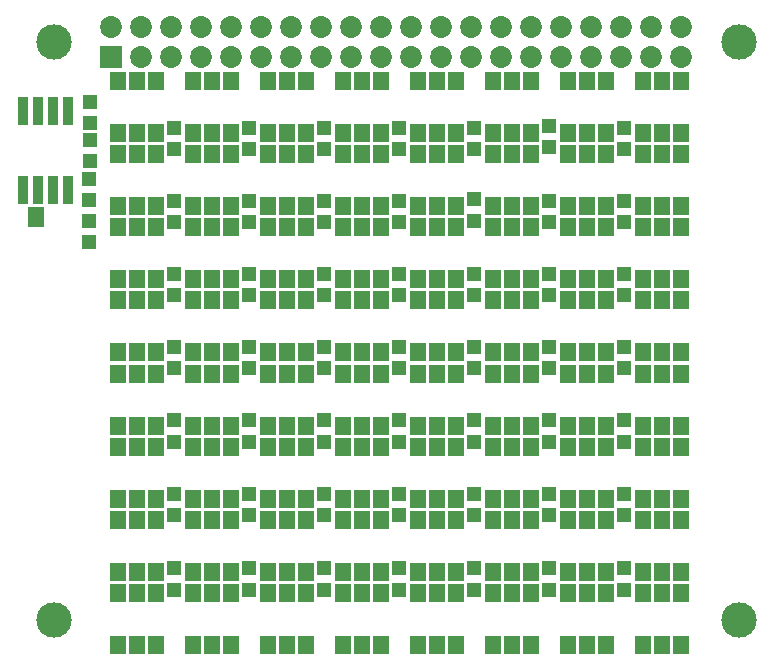
<source format=gts>
G75*
%MOIN*%
%OFA0B0*%
%FSLAX24Y24*%
%IPPOS*%
%LPD*%
%AMOC8*
5,1,8,0,0,1.08239X$1,22.5*
%
%ADD10C,0.1182*%
%ADD11C,0.0730*%
%ADD12R,0.0730X0.0730*%
%ADD13R,0.0320X0.0950*%
%ADD14R,0.0474X0.0513*%
%ADD15R,0.0580X0.0330*%
%ADD16R,0.0552X0.0592*%
D10*
X001848Y001528D03*
X001848Y020819D03*
X024683Y020819D03*
X024683Y001528D03*
D11*
X022765Y020319D03*
X021765Y020319D03*
X020765Y020319D03*
X019765Y020319D03*
X018765Y020319D03*
X017765Y020319D03*
X016765Y020319D03*
X015765Y020319D03*
X014765Y020319D03*
X013765Y020319D03*
X012765Y020319D03*
X011765Y020319D03*
X010765Y020319D03*
X009765Y020319D03*
X008765Y020319D03*
X007765Y020319D03*
X006765Y020319D03*
X005765Y020319D03*
X004765Y020319D03*
X004765Y021319D03*
X005765Y021319D03*
X006765Y021319D03*
X007765Y021319D03*
X008765Y021319D03*
X009765Y021319D03*
X010765Y021319D03*
X011765Y021319D03*
X012765Y021319D03*
X013765Y021319D03*
X014765Y021319D03*
X015765Y021319D03*
X016765Y021319D03*
X017765Y021319D03*
X018765Y021319D03*
X019765Y021319D03*
X020765Y021319D03*
X021765Y021319D03*
X022765Y021319D03*
X003765Y021319D03*
D12*
X003765Y020319D03*
D13*
X002339Y018525D03*
X001839Y018525D03*
X001339Y018525D03*
X000839Y018525D03*
X000839Y015875D03*
X001339Y015875D03*
X001839Y015875D03*
X002339Y015875D03*
D14*
X003040Y015546D03*
X003040Y014854D03*
X003040Y014146D03*
X003040Y016254D03*
X003050Y016846D03*
X003050Y017554D03*
X003070Y018096D03*
X003070Y018804D03*
X005870Y017954D03*
X005870Y017246D03*
X005870Y015514D03*
X005870Y014806D03*
X005870Y013074D03*
X005870Y012366D03*
X005870Y010634D03*
X005870Y009926D03*
X005870Y008194D03*
X005870Y007486D03*
X005870Y005754D03*
X005870Y005046D03*
X005870Y003264D03*
X005870Y002556D03*
X008370Y002556D03*
X008370Y003264D03*
X008370Y005046D03*
X008370Y005754D03*
X008370Y007486D03*
X008370Y008194D03*
X008370Y009926D03*
X008370Y010634D03*
X008370Y012366D03*
X008370Y013074D03*
X008370Y014806D03*
X008370Y015514D03*
X008370Y017246D03*
X008370Y017954D03*
X010870Y017954D03*
X010870Y017246D03*
X010870Y015514D03*
X010870Y014806D03*
X010870Y013074D03*
X010870Y012366D03*
X010870Y010634D03*
X010870Y009926D03*
X010870Y008194D03*
X010870Y007486D03*
X010870Y005754D03*
X010870Y005046D03*
X010870Y003264D03*
X010870Y002556D03*
X013370Y002556D03*
X013370Y003264D03*
X013370Y005046D03*
X013370Y005754D03*
X013370Y007486D03*
X013370Y008194D03*
X013370Y009926D03*
X013370Y010634D03*
X013370Y012366D03*
X013370Y013074D03*
X013370Y014806D03*
X013370Y015514D03*
X013370Y017246D03*
X013370Y017954D03*
X015870Y017954D03*
X015870Y017246D03*
X015870Y015564D03*
X015870Y014856D03*
X015870Y013074D03*
X015870Y012366D03*
X015870Y010634D03*
X015870Y009926D03*
X015870Y008194D03*
X015870Y007486D03*
X015870Y005754D03*
X015870Y005046D03*
X015870Y003264D03*
X015870Y002556D03*
X018370Y002556D03*
X018370Y003264D03*
X018370Y005046D03*
X018370Y005754D03*
X018370Y007486D03*
X018370Y008194D03*
X018370Y009926D03*
X018370Y010634D03*
X018370Y012366D03*
X018370Y013074D03*
X018370Y014806D03*
X018370Y015514D03*
X018370Y017296D03*
X018370Y018004D03*
X020870Y017954D03*
X020870Y017246D03*
X020870Y015514D03*
X020870Y014806D03*
X020870Y013074D03*
X020870Y012366D03*
X020870Y010634D03*
X020870Y009926D03*
X020870Y008194D03*
X020870Y007486D03*
X020870Y005754D03*
X020870Y005046D03*
X020870Y003264D03*
X020870Y002556D03*
D15*
X001270Y014803D03*
X001270Y015157D03*
D16*
X003990Y015344D03*
X004620Y015344D03*
X005250Y015344D03*
X005250Y014636D03*
X004620Y014636D03*
X003990Y014636D03*
X003990Y012904D03*
X004620Y012904D03*
X005250Y012904D03*
X005250Y012196D03*
X004620Y012196D03*
X003990Y012196D03*
X003990Y010464D03*
X004620Y010464D03*
X005250Y010464D03*
X005250Y009756D03*
X004620Y009756D03*
X003990Y009756D03*
X003990Y008024D03*
X004620Y008024D03*
X005250Y008024D03*
X005250Y007316D03*
X004620Y007316D03*
X003990Y007316D03*
X003990Y005584D03*
X004620Y005584D03*
X005250Y005584D03*
X005250Y004876D03*
X004620Y004876D03*
X003990Y004876D03*
X003990Y003144D03*
X004620Y003144D03*
X005250Y003144D03*
X005250Y002436D03*
X004620Y002436D03*
X003990Y002436D03*
X003990Y000704D03*
X004620Y000704D03*
X005250Y000704D03*
X006490Y000704D03*
X007120Y000704D03*
X007750Y000704D03*
X008990Y000704D03*
X009620Y000704D03*
X010250Y000704D03*
X011490Y000704D03*
X012120Y000704D03*
X012750Y000704D03*
X013990Y000704D03*
X014620Y000704D03*
X015250Y000704D03*
X016490Y000704D03*
X017120Y000704D03*
X017750Y000704D03*
X018990Y000704D03*
X019620Y000704D03*
X020250Y000704D03*
X021490Y000704D03*
X022120Y000704D03*
X022750Y000704D03*
X022750Y002436D03*
X022120Y002436D03*
X021490Y002436D03*
X021490Y003144D03*
X022120Y003144D03*
X022750Y003144D03*
X022750Y004876D03*
X022120Y004876D03*
X021490Y004876D03*
X021490Y005584D03*
X022120Y005584D03*
X022750Y005584D03*
X022750Y007316D03*
X022120Y007316D03*
X021490Y007316D03*
X021490Y008024D03*
X022120Y008024D03*
X022750Y008024D03*
X022750Y009756D03*
X022120Y009756D03*
X021490Y009756D03*
X021490Y010464D03*
X022120Y010464D03*
X022750Y010464D03*
X022750Y012196D03*
X022120Y012196D03*
X021490Y012196D03*
X021490Y012904D03*
X022120Y012904D03*
X022750Y012904D03*
X022750Y014636D03*
X022120Y014636D03*
X021490Y014636D03*
X021490Y015344D03*
X022120Y015344D03*
X022750Y015344D03*
X022750Y017076D03*
X022120Y017076D03*
X021490Y017076D03*
X021490Y017784D03*
X022120Y017784D03*
X022750Y017784D03*
X022750Y019516D03*
X022120Y019516D03*
X021490Y019516D03*
X020250Y019516D03*
X019620Y019516D03*
X018990Y019516D03*
X017750Y019516D03*
X017120Y019516D03*
X016490Y019516D03*
X015250Y019516D03*
X014620Y019516D03*
X013990Y019516D03*
X012750Y019516D03*
X012120Y019516D03*
X011490Y019516D03*
X010250Y019516D03*
X009620Y019516D03*
X008990Y019516D03*
X007750Y019516D03*
X007120Y019516D03*
X006490Y019516D03*
X005250Y019516D03*
X004620Y019516D03*
X003990Y019516D03*
X003990Y017784D03*
X004620Y017784D03*
X005250Y017784D03*
X005250Y017076D03*
X004620Y017076D03*
X003990Y017076D03*
X006490Y017076D03*
X007120Y017076D03*
X007750Y017076D03*
X007750Y017784D03*
X007120Y017784D03*
X006490Y017784D03*
X008990Y017784D03*
X009620Y017784D03*
X010250Y017784D03*
X010250Y017076D03*
X009620Y017076D03*
X008990Y017076D03*
X008990Y015344D03*
X009620Y015344D03*
X010250Y015344D03*
X010250Y014636D03*
X009620Y014636D03*
X008990Y014636D03*
X007750Y014636D03*
X007120Y014636D03*
X006490Y014636D03*
X006490Y015344D03*
X007120Y015344D03*
X007750Y015344D03*
X007750Y012904D03*
X007120Y012904D03*
X006490Y012904D03*
X006490Y012196D03*
X007120Y012196D03*
X007750Y012196D03*
X008990Y012196D03*
X009620Y012196D03*
X010250Y012196D03*
X010250Y012904D03*
X009620Y012904D03*
X008990Y012904D03*
X011490Y012904D03*
X012120Y012904D03*
X012750Y012904D03*
X012750Y012196D03*
X012120Y012196D03*
X011490Y012196D03*
X011490Y010464D03*
X012120Y010464D03*
X012750Y010464D03*
X012750Y009756D03*
X012120Y009756D03*
X011490Y009756D03*
X010250Y009756D03*
X009620Y009756D03*
X008990Y009756D03*
X008990Y010464D03*
X009620Y010464D03*
X010250Y010464D03*
X007750Y010464D03*
X007120Y010464D03*
X006490Y010464D03*
X006490Y009756D03*
X007120Y009756D03*
X007750Y009756D03*
X007750Y008024D03*
X007120Y008024D03*
X006490Y008024D03*
X006490Y007316D03*
X007120Y007316D03*
X007750Y007316D03*
X008990Y007316D03*
X009620Y007316D03*
X010250Y007316D03*
X010250Y008024D03*
X009620Y008024D03*
X008990Y008024D03*
X011490Y008024D03*
X012120Y008024D03*
X012750Y008024D03*
X012750Y007316D03*
X012120Y007316D03*
X011490Y007316D03*
X011490Y005584D03*
X012120Y005584D03*
X012750Y005584D03*
X012750Y004876D03*
X012120Y004876D03*
X011490Y004876D03*
X010250Y004876D03*
X009620Y004876D03*
X008990Y004876D03*
X008990Y005584D03*
X009620Y005584D03*
X010250Y005584D03*
X010250Y003144D03*
X009620Y003144D03*
X008990Y003144D03*
X008990Y002436D03*
X009620Y002436D03*
X010250Y002436D03*
X011490Y002436D03*
X012120Y002436D03*
X012750Y002436D03*
X012750Y003144D03*
X012120Y003144D03*
X011490Y003144D03*
X013990Y003144D03*
X014620Y003144D03*
X015250Y003144D03*
X015250Y002436D03*
X014620Y002436D03*
X013990Y002436D03*
X016490Y002436D03*
X017120Y002436D03*
X017750Y002436D03*
X017750Y003144D03*
X017120Y003144D03*
X016490Y003144D03*
X016490Y004876D03*
X017120Y004876D03*
X017750Y004876D03*
X017750Y005584D03*
X017120Y005584D03*
X016490Y005584D03*
X015250Y005584D03*
X014620Y005584D03*
X013990Y005584D03*
X013990Y004876D03*
X014620Y004876D03*
X015250Y004876D03*
X015250Y007316D03*
X014620Y007316D03*
X013990Y007316D03*
X013990Y008024D03*
X014620Y008024D03*
X015250Y008024D03*
X016490Y008024D03*
X017120Y008024D03*
X017750Y008024D03*
X017750Y007316D03*
X017120Y007316D03*
X016490Y007316D03*
X018990Y007316D03*
X019620Y007316D03*
X020250Y007316D03*
X020250Y008024D03*
X019620Y008024D03*
X018990Y008024D03*
X018990Y009756D03*
X019620Y009756D03*
X020250Y009756D03*
X020250Y010464D03*
X019620Y010464D03*
X018990Y010464D03*
X017750Y010464D03*
X017120Y010464D03*
X016490Y010464D03*
X016490Y009756D03*
X017120Y009756D03*
X017750Y009756D03*
X015250Y009756D03*
X014620Y009756D03*
X013990Y009756D03*
X013990Y010464D03*
X014620Y010464D03*
X015250Y010464D03*
X015250Y012196D03*
X014620Y012196D03*
X013990Y012196D03*
X013990Y012904D03*
X014620Y012904D03*
X015250Y012904D03*
X016490Y012904D03*
X017120Y012904D03*
X017750Y012904D03*
X017750Y012196D03*
X017120Y012196D03*
X016490Y012196D03*
X018990Y012196D03*
X019620Y012196D03*
X020250Y012196D03*
X020250Y012904D03*
X019620Y012904D03*
X018990Y012904D03*
X018990Y014636D03*
X019620Y014636D03*
X020250Y014636D03*
X020250Y015344D03*
X019620Y015344D03*
X018990Y015344D03*
X017750Y015344D03*
X017120Y015344D03*
X016490Y015344D03*
X016490Y014636D03*
X017120Y014636D03*
X017750Y014636D03*
X015250Y014636D03*
X014620Y014636D03*
X013990Y014636D03*
X013990Y015344D03*
X014620Y015344D03*
X015250Y015344D03*
X015250Y017076D03*
X014620Y017076D03*
X013990Y017076D03*
X013990Y017784D03*
X014620Y017784D03*
X015250Y017784D03*
X016490Y017784D03*
X017120Y017784D03*
X017750Y017784D03*
X017750Y017076D03*
X017120Y017076D03*
X016490Y017076D03*
X018990Y017076D03*
X019620Y017076D03*
X020250Y017076D03*
X020250Y017784D03*
X019620Y017784D03*
X018990Y017784D03*
X012750Y017784D03*
X012120Y017784D03*
X011490Y017784D03*
X011490Y017076D03*
X012120Y017076D03*
X012750Y017076D03*
X012750Y015344D03*
X012120Y015344D03*
X011490Y015344D03*
X011490Y014636D03*
X012120Y014636D03*
X012750Y014636D03*
X007750Y005584D03*
X007120Y005584D03*
X006490Y005584D03*
X006490Y004876D03*
X007120Y004876D03*
X007750Y004876D03*
X007750Y003144D03*
X007120Y003144D03*
X006490Y003144D03*
X006490Y002436D03*
X007120Y002436D03*
X007750Y002436D03*
X018990Y002436D03*
X019620Y002436D03*
X020250Y002436D03*
X020250Y003144D03*
X019620Y003144D03*
X018990Y003144D03*
X018990Y004876D03*
X019620Y004876D03*
X020250Y004876D03*
X020250Y005584D03*
X019620Y005584D03*
X018990Y005584D03*
M02*

</source>
